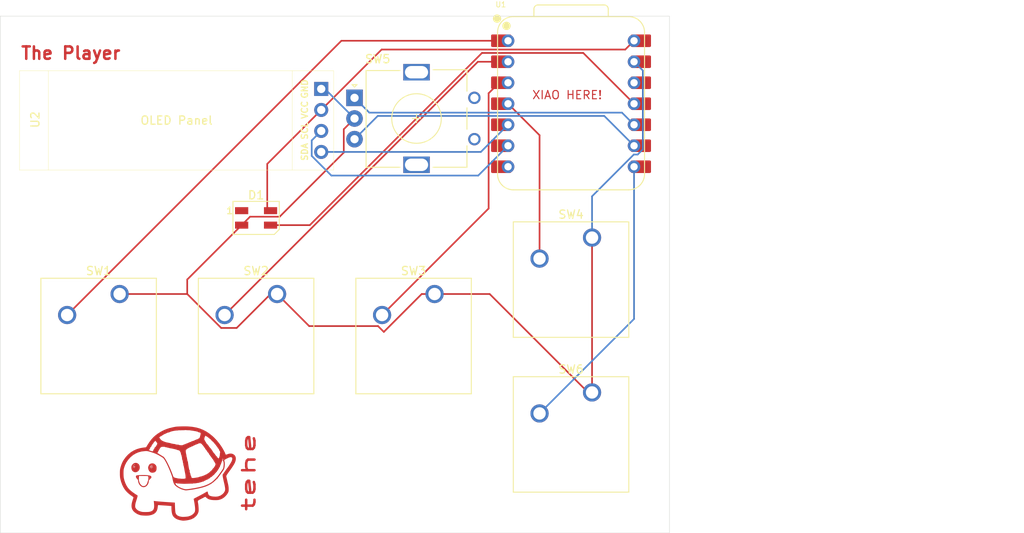
<source format=kicad_pcb>
(kicad_pcb (version 20241229) (generator "pcbnew") (generator_version "9.0")
  (layers (0 "F.Cu" signal) (2 "B.Cu" signal) (13 "F.Paste" user) (15 "B.Paste" user) (5 "F.SilkS" user "F.Silkscreen") (7 "B.SilkS" user "B.Silkscreen") (1 "F.Mask" user) (3 "B.Mask" user) (25 "Edge.Cuts" user))
  (net 0 "")
  (net 1 "GND")
  (net 2 "+5V")
  (net 4 "Net-(D1-DIN)")
  (net 5 "Net-(U1-GPIO26{slash}ADC0{slash}A0)")
  (net 6 "Net-(U1-GPIO27{slash}ADC1{slash}A1)")
  (net 7 "Net-(U1-GPIO28{slash}ADC2{slash}A2)")
  (net 8 "Net-(U1-GPIO29{slash}ADC3{slash}A3)")
  (net 9 "Net-(U1-GPIO2{slash}SCK)")
  (net 10 "Net-(U1-GPIO4{slash}MISO)")
  (net 11 "Net-(U1-GPIO1{slash}RX)")
  (net 13 "Net-(U1-GPIO7{slash}SCL)")
  (net 14 "Net-(U1-GPIO6{slash}SDA)")
  (footprint "OLED:SSD1306-0.91-OLED-4pin-128x32 (1)" (layer "F.Cu") (at 130.92125 77.45875)
    (property "Reference" "U2")
    (property "Value" "OLED")
  )
  (footprint "Rotary_Encoder:RotaryEncoder_Alps_EC11E_Vertical_H20mm" (layer "F.Cu") (at 171.45 80.725)
    (property "Reference" "SW5")
    (property "Value" "RotaryEncoder")
  )
  (footprint "Button_Switch_Keyboard:SW_Cherry_MX_1.00u_PCB" (layer "F.Cu") (at 200.18375 97.63125)
    (property "Reference" "SW4")
    (property "Value" "SW_Push")
  )
  (footprint "LED_SMD:LED_SK6812MINI_PLCC4_3.5x3.5mm_P1.75mm" (layer "F.Cu") (at 159.54375 95.25)
    (property "Reference" "D1")
    (property "Value" "SK6812MINI")
  )
  (footprint "footprints:turt" (layer "F.Cu") (at 150.01875 125.20625)
    (property "Reference" "G***" (hide yes))
    (property "Value" "LOGO" (hide yes))
  )
  (footprint "footprints:SW_Cherry_MX_1.00u_PCB" (layer "F.Cu") (at 200.18375 116.36375)
    (property "Reference" "SW6")
    (property "Value" "SW_Push")
  )
  (footprint "OPL:XIAO-RP2040-DIP" (layer "F.Cu") (at 197.64375 81.43875)
    (property "Reference" "U1")
    (property "Value" "XIAO-RP2040-DIP")
  )
  (footprint "footprints:SW_Cherry_MX_1.00u_PCB" (layer "F.Cu") (at 143.03375 104.4575)
    (property "Reference" "SW1")
    (property "Value" "SW_Push")
  )
  (footprint "footprints:SW_Cherry_MX_1.00u_PCB" (layer "F.Cu") (at 181.13375 104.4575)
    (property "Reference" "SW3")
    (property "Value" "SW_Push")
  )
  (footprint "footprints:SW_Cherry_MX_1.00u_PCB" (layer "F.Cu") (at 162.08375 104.4575)
    (property "Reference" "SW2")
    (property "Value" "SW_Push")
  )
  (gr_rect (start 128.5875 70.8375) (end 209.55 133.35) (stroke (width 0.05)) (fill no) (layer "Edge.Cuts"))
  (gr_text "XIAO HERE!" (at 192.88125 80.9625 0) (layer "F.Cu") (effects (font (size 1 1) (thickness 0.125)) (justify left bottom)))
  (gr_text "The Player" (at 130.96875 76.2 0) (layer "F.Cu") (effects (font (size 1.5 1.5) (thickness 0.3) (bold yes)) (justify left bottom)))
  (gr_text "tehe" (at 159.54375 130.96875 90) (layer "F.Cu") (effects (font (size 1.5 3) (thickness 0.3) (bold yes)) (justify left bottom)))
  (segment (start 157.79375 96.125) (end 151.212436 102.706314) (width 0.2) (layer "F.Cu") (net 1))
  (segment (start 162.39475 95.101) (end 170.149 87.34675) (width 0.2) (layer "F.Cu") (net 1))
  (segment (start 181.13375 104.4575) (end 179.578116 104.4575) (width 0.2) (layer "F.Cu") (net 1))
  (segment (start 151.212436 104.4575) (end 155.31862 108.563684) (width 0.2) (layer "F.Cu") (net 1))
  (segment (start 200.18375 116.36375) (end 200.18375 116.5225) (width 0.2) (layer "F.Cu") (net 1))
  (segment (start 161.298934 104.4575) (end 162.08375 104.4575) (width 0.2) (layer "F.Cu") (net 1))
  (segment (start 187.80125 104.4575) (end 181.13375 104.4575) (width 0.2) (layer "F.Cu") (net 1))
  (segment (start 151.212436 102.706314) (end 151.212436 104.4575) (width 0.2) (layer "F.Cu") (net 1))
  (segment (start 170.149 87.34675) (end 170.149 84.526) (width 0.2) (layer "F.Cu") (net 1))
  (segment (start 155.31862 108.563684) (end 157.19275 108.563684) (width 0.2) (layer "F.Cu") (net 1))
  (segment (start 200.025 116.68125) (end 187.80125 104.4575) (width 0.2) (layer "F.Cu") (net 1))
  (segment (start 200.18375 116.5225) (end 200.025 116.68125) (width 0.2) (layer "F.Cu") (net 1))
  (segment (start 174.292056 108.3365) (end 165.96275 108.3365) (width 0.2) (layer "F.Cu") (net 1))
  (segment (start 174.995586 109.04003) (end 174.292056 108.3365) (width 0.2) (layer "F.Cu") (net 1))
  (segment (start 179.578116 104.4575) (end 174.995586 109.04003) (width 0.2) (layer "F.Cu") (net 1))
  (segment (start 200.18375 97.63125) (end 200.18375 116.36375) (width 0.2) (layer "F.Cu") (net 1))
  (segment (start 170.149 84.526) (end 171.45 83.225) (width 0.2) (layer "F.Cu") (net 1))
  (segment (start 143.03375 104.4575) (end 151.212436 104.4575) (width 0.2) (layer "F.Cu") (net 1))
  (segment (start 158.81775 95.101) (end 162.39475 95.101) (width 0.2) (layer "F.Cu") (net 1))
  (segment (start 165.96275 108.3365) (end 162.08375 104.4575) (width 0.2) (layer "F.Cu") (net 1))
  (segment (start 157.79375 96.125) (end 158.81775 95.101) (width 0.2) (layer "F.Cu") (net 1))
  (segment (start 157.19275 108.563684) (end 161.298934 104.4575) (width 0.2) (layer "F.Cu") (net 1))
  (segment (start 206.32675 77.42175) (end 206.32675 86.95906) (width 0.2) (layer "B.Cu") (net 1))
  (segment (start 205.70406 87.58175) (end 206.32675 86.95906) (width 0.2) (layer "B.Cu") (net 1))
  (segment (start 205.23744 87.58175) (end 205.70406 87.58175) (width 0.2) (layer "B.Cu") (net 1))
  (segment (start 167.87375 79.64875) (end 167.42125 79.64875) (width 0.2) (layer "B.Cu") (net 1))
  (segment (start 171.45 83.225) (end 167.87375 79.64875) (width 0.2) (layer "B.Cu") (net 1))
  (segment (start 200.18375 97.63125) (end 200.18375 92.63544) (width 0.2) (layer "B.Cu") (net 1))
  (segment (start 205.26375 76.35875) (end 206.32675 77.42175) (width 0.2) (layer "B.Cu") (net 1))
  (segment (start 200.18375 92.63544) (end 205.23744 87.58175) (width 0.2) (layer "B.Cu") (net 1))
  (segment (start 160.89275 88.71725) (end 160.89275 93.974) (width 0.2) (layer "F.Cu") (net 2))
  (segment (start 205.26375 73.81875) (end 204.20075 74.88175) (width 0.2) (layer "F.Cu") (net 2))
  (segment (start 167.42125 82.18875) (end 160.89275 88.71725) (width 0.2) (layer "F.Cu") (net 2))
  (segment (start 204.20075 74.88175) (end 174.72825 74.88175) (width 0.2) (layer "F.Cu") (net 2))
  (segment (start 174.72825 74.88175) (end 167.42125 82.18875) (width 0.2) (layer "F.Cu") (net 2))
  (segment (start 160.89275 93.974) (end 161.29375 94.375) (width 0.2) (layer "F.Cu") (net 2))
  (segment (start 161.29375 96.125) (end 166.03915 96.125) (width 0.2) (layer "F.Cu") (net 4))
  (segment (start 186.8684 75.29575) (end 199.12075 75.29575) (width 0.2) (layer "F.Cu") (net 4))
  (segment (start 166.03915 96.125) (end 186.8684 75.29575) (width 0.2) (layer "F.Cu") (net 4))
  (segment (start 199.12075 75.29575) (end 205.26375 81.43875) (width 0.2) (layer "F.Cu") (net 4))
  (segment (start 136.68375 106.9975) (end 169.8625 73.81875) (width 0.2) (layer "F.Cu") (net 5))
  (segment (start 169.8625 73.81875) (end 190.02375 73.81875) (width 0.2) (layer "F.Cu") (net 5))
  (segment (start 155.73375 106.9975) (end 186.3725 76.35875) (width 0.2) (layer "F.Cu") (net 6))
  (segment (start 186.3725 76.35875) (end 189.18875 76.35875) (width 0.2) (layer "F.Cu") (net 6))
  (segment (start 187.67175 80.17312) (end 188.94612 78.89875) (width 0.2) (layer "F.Cu") (net 7))
  (segment (start 187.67175 94.1095) (end 187.67175 80.17312) (width 0.2) (layer "F.Cu") (net 7))
  (segment (start 174.78375 106.9975) (end 187.67175 94.1095) (width 0.2) (layer "F.Cu") (net 7))
  (segment (start 188.94612 78.89875) (end 190.02375 78.89875) (width 0.2) (layer "F.Cu") (net 7))
  (segment (start 193.83375 100.17125) (end 193.83375 85.24875) (width 0.2) (layer "F.Cu") (net 8))
  (segment (start 193.83375 85.24875) (end 190.02375 81.43875) (width 0.2) (layer "F.Cu") (net 8))
  (segment (start 174.25925 82.91575) (end 201.66075 82.91575) (width 0.2) (layer "B.Cu") (net 9))
  (segment (start 171.45 85.725) (end 174.25925 82.91575) (width 0.2) (layer "B.Cu") (net 9))
  (segment (start 201.66075 82.91575) (end 205.26375 86.51875) (width 0.2) (layer "B.Cu") (net 9))
  (segment (start 173.23975 82.51475) (end 203.79975 82.51475) (width 0.2) (layer "B.Cu") (net 10))
  (segment (start 203.79975 82.51475) (end 205.26375 83.97875) (width 0.2) (layer "B.Cu") (net 10))
  (segment (start 171.45 80.725) (end 173.23975 82.51475) (width 0.2) (layer "B.Cu") (net 10))
  (segment (start 205.26375 107.47375) (end 205.26375 89.05875) (width 0.2) (layer "B.Cu") (net 11))
  (segment (start 193.83375 118.90375) (end 205.26375 107.47375) (width 0.2) (layer "B.Cu") (net 11))
  (segment (start 168.65074 90.126) (end 186.4165 90.126) (width 0.2) (layer "B.Cu") (net 13))
  (segment (start 166.27025 87.74551) (end 168.65074 90.126) (width 0.2) (layer "B.Cu") (net 13))
  (segment (start 167.42125 84.72875) (end 166.27025 85.87975) (width 0.2) (layer "B.Cu") (net 13))
  (segment (start 186.4165 90.126) (end 190.02375 86.51875) (width 0.2) (layer "B.Cu") (net 13))
  (segment (start 166.27025 85.87975) (end 166.27025 87.74551) (width 0.2) (layer "B.Cu") (net 13))
  (segment (start 167.42125 87.26875) (end 186.73375 87.26875) (width 0.2) (layer "B.Cu") (net 14))
  (segment (start 186.73375 87.26875) (end 190.02375 83.97875) (width 0.2) (layer "B.Cu") (net 14))
)
</source>
